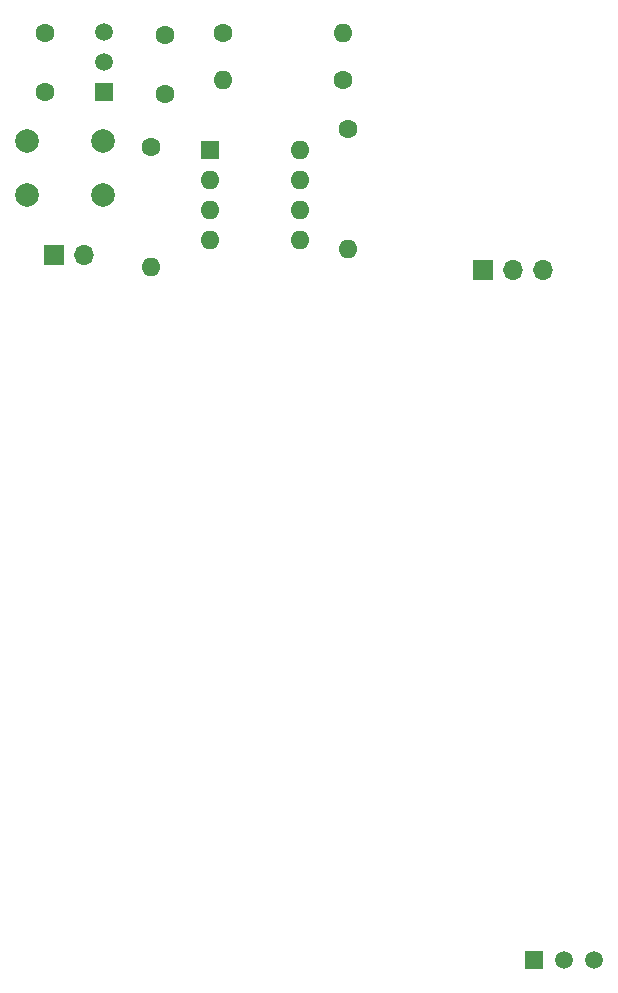
<source format=gts>
G04 #@! TF.GenerationSoftware,KiCad,Pcbnew,(5.1.9-0-10_14)*
G04 #@! TF.CreationDate,2023-01-31T12:43:28+01:00*
G04 #@! TF.ProjectId,outdoor,6f757464-6f6f-4722-9e6b-696361645f70,rev?*
G04 #@! TF.SameCoordinates,Original*
G04 #@! TF.FileFunction,Soldermask,Top*
G04 #@! TF.FilePolarity,Negative*
%FSLAX46Y46*%
G04 Gerber Fmt 4.6, Leading zero omitted, Abs format (unit mm)*
G04 Created by KiCad (PCBNEW (5.1.9-0-10_14)) date 2023-01-31 12:43:28*
%MOMM*%
%LPD*%
G01*
G04 APERTURE LIST*
%ADD10O,1.600000X1.600000*%
%ADD11R,1.600000X1.600000*%
%ADD12R,1.500000X1.500000*%
%ADD13C,1.500000*%
%ADD14C,1.600000*%
%ADD15C,2.000000*%
%ADD16O,1.700000X1.700000*%
%ADD17R,1.700000X1.700000*%
G04 APERTURE END LIST*
D10*
X68580000Y-92964000D03*
X60960000Y-100584000D03*
X68580000Y-95504000D03*
X60960000Y-98044000D03*
X68580000Y-98044000D03*
X60960000Y-95504000D03*
X68580000Y-100584000D03*
D11*
X60960000Y-92964000D03*
D12*
X88460000Y-161544000D03*
D13*
X93540000Y-161544000D03*
X91000000Y-161544000D03*
D10*
X72644000Y-101346000D03*
D14*
X72644000Y-91186000D03*
D12*
X52000000Y-88000000D03*
D13*
X52000000Y-82920000D03*
X52000000Y-85460000D03*
D15*
X51966000Y-92202000D03*
X51966000Y-96702000D03*
X45466000Y-92202000D03*
X45466000Y-96702000D03*
D10*
X56000000Y-102870000D03*
D14*
X56000000Y-92710000D03*
X46990000Y-88000000D03*
X46990000Y-83000000D03*
X57150000Y-88185000D03*
X57150000Y-83185000D03*
D16*
X50292000Y-101854000D03*
D17*
X47752000Y-101854000D03*
D16*
X89235000Y-103124000D03*
X86695000Y-103124000D03*
D17*
X84155000Y-103124000D03*
D10*
X62135000Y-87000000D03*
D14*
X72295000Y-87000000D03*
D10*
X72295000Y-83000000D03*
D14*
X62135000Y-83000000D03*
M02*

</source>
